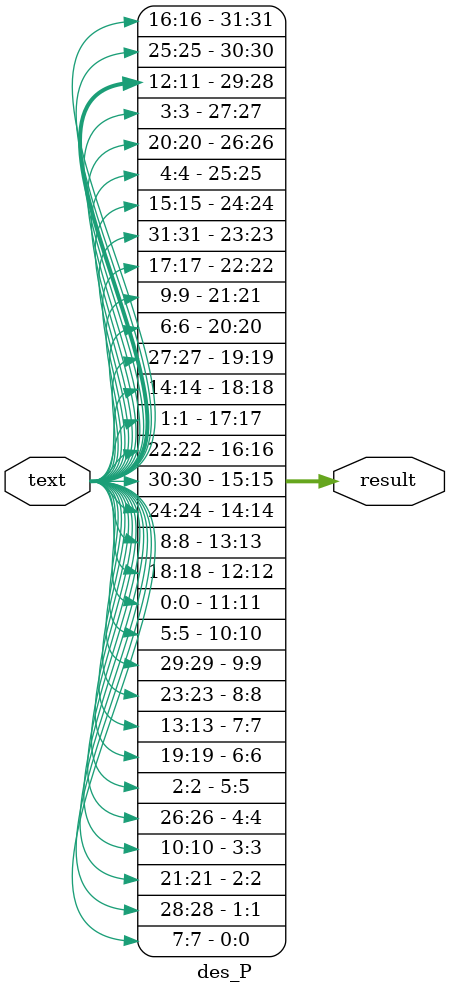
<source format=v>
`timescale 1ns / 1ps


module des_P (
    input [31:0] text,
    output [31:0] result
);
    assign result = {
        text[31-15], text[31-6], text[31-19], text[31-20], text[31-28], text[31-11], text[31-27], text[31-16],
        text[31-0], text[31-14], text[31-22], text[31-25], text[31-4], text[31-17], text[31-30], text[31-9],
        text[31-1], text[31-7], text[31-23], text[31-13], text[31-31], text[31-26], text[31-2], text[31-8],
        text[31-18], text[31-12], text[31-29], text[31-5], text[31-21], text[31-10], text[31-3], text[31-24]
    };
    
endmodule

</source>
